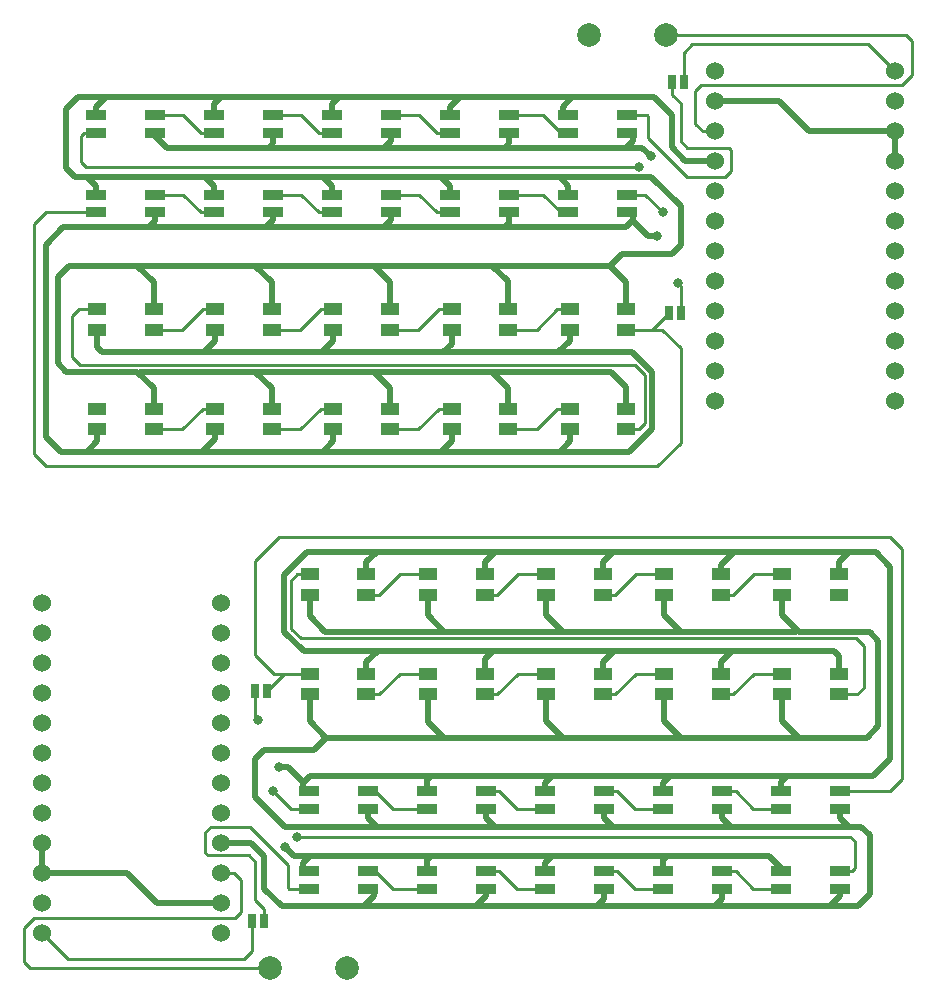
<source format=gbl>
G04 #@! TF.GenerationSoftware,KiCad,Pcbnew,5.1.8*
G04 #@! TF.CreationDate,2020-12-11T01:20:56+09:00*
G04 #@! TF.ProjectId,hikari,68696b61-7269-42e6-9b69-6361645f7063,rev?*
G04 #@! TF.SameCoordinates,Original*
G04 #@! TF.FileFunction,Copper,L2,Bot*
G04 #@! TF.FilePolarity,Positive*
%FSLAX46Y46*%
G04 Gerber Fmt 4.6, Leading zero omitted, Abs format (unit mm)*
G04 Created by KiCad (PCBNEW 5.1.8) date 2020-12-11 01:20:56*
%MOMM*%
%LPD*%
G01*
G04 APERTURE LIST*
G04 #@! TA.AperFunction,SMDPad,CuDef*
%ADD10R,1.800000X0.820000*%
G04 #@! TD*
G04 #@! TA.AperFunction,SMDPad,CuDef*
%ADD11R,1.600000X1.000000*%
G04 #@! TD*
G04 #@! TA.AperFunction,SMDPad,CuDef*
%ADD12R,0.635000X1.143000*%
G04 #@! TD*
G04 #@! TA.AperFunction,ComponentPad*
%ADD13C,1.524000*%
G04 #@! TD*
G04 #@! TA.AperFunction,ComponentPad*
%ADD14C,2.000000*%
G04 #@! TD*
G04 #@! TA.AperFunction,ViaPad*
%ADD15C,0.800000*%
G04 #@! TD*
G04 #@! TA.AperFunction,Conductor*
%ADD16C,0.250000*%
G04 #@! TD*
G04 #@! TA.AperFunction,Conductor*
%ADD17C,0.500000*%
G04 #@! TD*
G04 APERTURE END LIST*
D10*
X115500000Y-119750000D03*
X115500000Y-118250000D03*
X120500000Y-118250000D03*
X120500000Y-119750000D03*
X125500000Y-113000000D03*
X125500000Y-111500000D03*
X130500000Y-111500000D03*
X130500000Y-113000000D03*
D11*
X135600000Y-101543750D03*
X135600000Y-103293750D03*
X140400000Y-103293750D03*
X140400000Y-101543750D03*
D10*
X130500000Y-119750000D03*
X130500000Y-118250000D03*
X125500000Y-118250000D03*
X125500000Y-119750000D03*
D12*
X111750000Y-122500000D03*
X110749240Y-122500000D03*
D11*
X145600000Y-93125000D03*
X145600000Y-94875000D03*
X150400000Y-94875000D03*
X150400000Y-93125000D03*
D12*
X112000760Y-103000000D03*
X111000000Y-103000000D03*
D13*
X108108600Y-123478000D03*
X108108600Y-120938000D03*
X108108600Y-118398000D03*
X108108600Y-115858000D03*
X108108600Y-113318000D03*
X108108600Y-110778000D03*
X108108600Y-108238000D03*
X108108600Y-105698000D03*
X108108600Y-103158000D03*
X108108600Y-100618000D03*
X108108600Y-98078000D03*
X108108600Y-95538000D03*
X92888600Y-95538000D03*
X92888600Y-98078000D03*
X92888600Y-100618000D03*
X92888600Y-103158000D03*
X92888600Y-105698000D03*
X92888600Y-108238000D03*
X92888600Y-110778000D03*
X92888600Y-113318000D03*
X92888600Y-115858000D03*
X92888600Y-118398000D03*
X92888600Y-120938000D03*
X92888600Y-123478000D03*
D11*
X120400000Y-93125000D03*
X120400000Y-94875000D03*
X115600000Y-94875000D03*
X115600000Y-93125000D03*
X125600000Y-93125000D03*
X125600000Y-94875000D03*
X130400000Y-94875000D03*
X130400000Y-93125000D03*
D10*
X160500000Y-113000000D03*
X160500000Y-111500000D03*
X155500000Y-111500000D03*
X155500000Y-113000000D03*
D14*
X112250000Y-126500000D03*
X118750000Y-126500000D03*
D11*
X140400000Y-93125000D03*
X140400000Y-94875000D03*
X135600000Y-94875000D03*
X135600000Y-93125000D03*
D10*
X120500000Y-113000000D03*
X120500000Y-111500000D03*
X115500000Y-111500000D03*
X115500000Y-113000000D03*
X150500000Y-119750000D03*
X150500000Y-118250000D03*
X145500000Y-118250000D03*
X145500000Y-119750000D03*
D11*
X160400000Y-93125000D03*
X160400000Y-94875000D03*
X155600000Y-94875000D03*
X155600000Y-93125000D03*
X155600000Y-101543750D03*
X155600000Y-103293750D03*
X160400000Y-103293750D03*
X160400000Y-101543750D03*
D10*
X140500000Y-113000000D03*
X140500000Y-111500000D03*
X135500000Y-111500000D03*
X135500000Y-113000000D03*
D11*
X115600000Y-101543750D03*
X115600000Y-103293750D03*
X120400000Y-103293750D03*
X120400000Y-101543750D03*
X130400000Y-101543750D03*
X130400000Y-103293750D03*
X125600000Y-103293750D03*
X125600000Y-101543750D03*
D10*
X155500000Y-119750000D03*
X155500000Y-118250000D03*
X160500000Y-118250000D03*
X160500000Y-119750000D03*
X135500000Y-119750000D03*
X135500000Y-118250000D03*
X140500000Y-118250000D03*
X140500000Y-119750000D03*
D11*
X150400000Y-101543750D03*
X150400000Y-103293750D03*
X145600000Y-103293750D03*
X145600000Y-101543750D03*
D10*
X145500000Y-113000000D03*
X145500000Y-111500000D03*
X150500000Y-111500000D03*
X150500000Y-113000000D03*
D12*
X147250760Y-51500000D03*
X146250000Y-51500000D03*
D10*
X137500000Y-54250000D03*
X137500000Y-55750000D03*
X142500000Y-55750000D03*
X142500000Y-54250000D03*
X132500000Y-54250000D03*
X132500000Y-55750000D03*
X127500000Y-55750000D03*
X127500000Y-54250000D03*
X117500000Y-54250000D03*
X117500000Y-55750000D03*
X122500000Y-55750000D03*
X122500000Y-54250000D03*
X112500000Y-54250000D03*
X112500000Y-55750000D03*
X107500000Y-55750000D03*
X107500000Y-54250000D03*
X97500000Y-54250000D03*
X97500000Y-55750000D03*
X102500000Y-55750000D03*
X102500000Y-54250000D03*
X142500000Y-61000000D03*
X142500000Y-62500000D03*
X137500000Y-62500000D03*
X137500000Y-61000000D03*
X127500000Y-61000000D03*
X127500000Y-62500000D03*
X132500000Y-62500000D03*
X132500000Y-61000000D03*
X122500000Y-61000000D03*
X122500000Y-62500000D03*
X117500000Y-62500000D03*
X117500000Y-61000000D03*
X107500000Y-61000000D03*
X107500000Y-62500000D03*
X112500000Y-62500000D03*
X112500000Y-61000000D03*
X102500000Y-61000000D03*
X102500000Y-62500000D03*
X97500000Y-62500000D03*
X97500000Y-61000000D03*
D11*
X137600000Y-72456250D03*
X137600000Y-70706250D03*
X142400000Y-70706250D03*
X142400000Y-72456250D03*
X132400000Y-72456250D03*
X132400000Y-70706250D03*
X127600000Y-70706250D03*
X127600000Y-72456250D03*
X117600000Y-72456250D03*
X117600000Y-70706250D03*
X122400000Y-70706250D03*
X122400000Y-72456250D03*
X112400000Y-72456250D03*
X112400000Y-70706250D03*
X107600000Y-70706250D03*
X107600000Y-72456250D03*
X97600000Y-72456250D03*
X97600000Y-70706250D03*
X102400000Y-70706250D03*
X102400000Y-72456250D03*
X142400000Y-80875000D03*
X142400000Y-79125000D03*
X137600000Y-79125000D03*
X137600000Y-80875000D03*
X127600000Y-80875000D03*
X127600000Y-79125000D03*
X132400000Y-79125000D03*
X132400000Y-80875000D03*
X122400000Y-80875000D03*
X122400000Y-79125000D03*
X117600000Y-79125000D03*
X117600000Y-80875000D03*
X107600000Y-80875000D03*
X107600000Y-79125000D03*
X112400000Y-79125000D03*
X112400000Y-80875000D03*
X102400000Y-80875000D03*
X102400000Y-79125000D03*
X97600000Y-79125000D03*
X97600000Y-80875000D03*
D14*
X139250000Y-47500000D03*
X145750000Y-47500000D03*
D13*
X165111400Y-50522000D03*
X165111400Y-53062000D03*
X165111400Y-55602000D03*
X165111400Y-58142000D03*
X165111400Y-60682000D03*
X165111400Y-63222000D03*
X165111400Y-65762000D03*
X165111400Y-68302000D03*
X165111400Y-70842000D03*
X165111400Y-73382000D03*
X165111400Y-75922000D03*
X165111400Y-78462000D03*
X149891400Y-78462000D03*
X149891400Y-75922000D03*
X149891400Y-73382000D03*
X149891400Y-70842000D03*
X149891400Y-68302000D03*
X149891400Y-65762000D03*
X149891400Y-63222000D03*
X149891400Y-60682000D03*
X149891400Y-58142000D03*
X149891400Y-55602000D03*
X149891400Y-53062000D03*
X149891400Y-50522000D03*
D12*
X147000000Y-71000000D03*
X145999240Y-71000000D03*
D15*
X111250000Y-105500000D03*
X113000000Y-109500000D03*
X113500000Y-116250000D03*
X112500000Y-111500000D03*
X114500000Y-115350000D03*
X146750000Y-68500000D03*
X145000000Y-64500000D03*
X144500000Y-57750000D03*
X143500000Y-58650000D03*
X145500000Y-62500000D03*
D16*
X111000000Y-103000000D02*
X111000000Y-105250000D01*
X110749240Y-125000760D02*
X110000000Y-125750000D01*
X111000000Y-105250000D02*
X111250000Y-105500000D01*
X110749240Y-122500000D02*
X110749240Y-125000760D01*
X110000000Y-125750000D02*
X95160600Y-125750000D01*
X95160600Y-125750000D02*
X92888600Y-123478000D01*
X107250000Y-114500000D02*
X110500000Y-114500000D01*
X113781249Y-117781249D02*
X113781249Y-119674999D01*
X113856250Y-119750000D02*
X115006250Y-119750000D01*
X106750000Y-116750000D02*
X106750000Y-115000000D01*
X113781249Y-119674999D02*
X113856250Y-119750000D01*
X106945001Y-116945001D02*
X106750000Y-116750000D01*
X111000000Y-120724160D02*
X111000000Y-117500000D01*
X111750000Y-121474160D02*
X111000000Y-120724160D01*
X110445001Y-116945001D02*
X106945001Y-116945001D01*
X111750000Y-122500000D02*
X111750000Y-121474160D01*
X110500000Y-114500000D02*
X113781249Y-117781249D01*
X111000000Y-117500000D02*
X110445001Y-116945001D01*
X106750000Y-115000000D02*
X107250000Y-114500000D01*
D17*
X111000000Y-108750000D02*
X111750000Y-108000000D01*
X111750000Y-108000000D02*
X116000000Y-108000000D01*
X149910000Y-121250000D02*
X150500000Y-120660000D01*
X149910000Y-121250000D02*
X159671263Y-121250000D01*
X121250000Y-114500000D02*
X120500000Y-113750000D01*
X111000000Y-112000000D02*
X111000000Y-108750000D01*
X161500000Y-114500000D02*
X152000000Y-114500000D01*
X137000000Y-107000000D02*
X138000000Y-107000000D01*
X135600000Y-105600000D02*
X137000000Y-107000000D01*
X135600000Y-103293750D02*
X135600000Y-105600000D01*
X125600000Y-105653560D02*
X126946440Y-107000000D01*
X162000000Y-121250000D02*
X163000000Y-120250000D01*
X163000000Y-115250000D02*
X162250000Y-114500000D01*
X159671263Y-121250000D02*
X162000000Y-121250000D01*
X131250000Y-114500000D02*
X130500000Y-113750000D01*
X132000000Y-114500000D02*
X131250000Y-114500000D01*
X156800000Y-98000000D02*
X147000000Y-98000000D01*
X145600000Y-96600000D02*
X147000000Y-98000000D01*
X130500000Y-120421263D02*
X130500000Y-119750000D01*
X121000000Y-120421263D02*
X121000000Y-119750000D01*
X120171263Y-121250000D02*
X121000000Y-120421263D01*
X139910000Y-121250000D02*
X149910000Y-121250000D01*
X160500000Y-113750000D02*
X160500000Y-113000000D01*
X161250000Y-114500000D02*
X160500000Y-113750000D01*
X152000000Y-114500000D02*
X142000000Y-114500000D01*
X159671263Y-121250000D02*
X160500000Y-120421263D01*
X142000000Y-114500000D02*
X132000000Y-114500000D01*
X132000000Y-114500000D02*
X121500000Y-114500000D01*
X140500000Y-113750000D02*
X140500000Y-113000000D01*
X113500000Y-114500000D02*
X111000000Y-112000000D01*
X121500000Y-114500000D02*
X113500000Y-114500000D01*
X157000000Y-98000000D02*
X155600000Y-96600000D01*
X150500000Y-113750000D02*
X150500000Y-113000000D01*
X152000000Y-114500000D02*
X151250000Y-114500000D01*
X155600000Y-96600000D02*
X155600000Y-94875000D01*
X163000000Y-98000000D02*
X157000000Y-98000000D01*
X163750000Y-98750000D02*
X163000000Y-98000000D01*
X127000000Y-107000000D02*
X138000000Y-107000000D01*
X126946440Y-107000000D02*
X127000000Y-107000000D01*
X145600000Y-94875000D02*
X145600000Y-96600000D01*
X161500000Y-114500000D02*
X161250000Y-114500000D01*
X117000000Y-107000000D02*
X127000000Y-107000000D01*
X113250000Y-121250000D02*
X119177513Y-121250000D01*
X125600000Y-103293750D02*
X125600000Y-105653560D01*
X115600000Y-105600000D02*
X117000000Y-107000000D01*
X115600000Y-103293750D02*
X115600000Y-105600000D01*
X141250000Y-114500000D02*
X140500000Y-113750000D01*
X142000000Y-114500000D02*
X141250000Y-114500000D01*
X151250000Y-114500000D02*
X150500000Y-113750000D01*
X129671263Y-121250000D02*
X130500000Y-120421263D01*
X119177513Y-121250000D02*
X129671263Y-121250000D01*
X140500000Y-120660000D02*
X140500000Y-119750000D01*
X150500000Y-120660000D02*
X150500000Y-119750000D01*
X135600000Y-96600000D02*
X135600000Y-94875000D01*
X137000000Y-98000000D02*
X135600000Y-96600000D01*
X157000000Y-107000000D02*
X158000000Y-107000000D01*
X139910000Y-121250000D02*
X140500000Y-120660000D01*
X129671263Y-121250000D02*
X139910000Y-121250000D01*
X162250000Y-114500000D02*
X161500000Y-114500000D01*
X163000000Y-120250000D02*
X163000000Y-115250000D01*
X145600000Y-103293750D02*
X145600000Y-105600000D01*
X147000000Y-107000000D02*
X158000000Y-107000000D01*
X111750000Y-117000000D02*
X111750000Y-119750000D01*
X110608000Y-115858000D02*
X111750000Y-117000000D01*
X108108600Y-115858000D02*
X110608000Y-115858000D01*
X116000000Y-108000000D02*
X117000000Y-107000000D01*
X162750000Y-107000000D02*
X163750000Y-106000000D01*
X158000000Y-107000000D02*
X162750000Y-107000000D01*
X130500000Y-113750000D02*
X130500000Y-113000000D01*
X121500000Y-114500000D02*
X121250000Y-114500000D01*
X120500000Y-113750000D02*
X120500000Y-113000000D01*
X125600000Y-96600000D02*
X125600000Y-94875000D01*
X127000000Y-98000000D02*
X125600000Y-96600000D01*
X147000000Y-98000000D02*
X127000000Y-98000000D01*
X138000000Y-107000000D02*
X147000000Y-107000000D01*
X115600000Y-96703560D02*
X115600000Y-94875000D01*
X116896440Y-98000000D02*
X115600000Y-96703560D01*
X127000000Y-98000000D02*
X116896440Y-98000000D01*
X155600000Y-105600000D02*
X157000000Y-107000000D01*
X155600000Y-103293750D02*
X155600000Y-105600000D01*
X145600000Y-105600000D02*
X147000000Y-107000000D01*
X160500000Y-120421263D02*
X160500000Y-119750000D01*
X111750000Y-119750000D02*
X113250000Y-121250000D01*
X163750000Y-106000000D02*
X163750000Y-98750000D01*
D16*
X122656250Y-119750000D02*
X125500000Y-119750000D01*
X121156250Y-118250000D02*
X122656250Y-119750000D01*
X120006250Y-118250000D02*
X121156250Y-118250000D01*
D17*
X164750000Y-92500000D02*
X163499990Y-91249990D01*
X163260010Y-110239990D02*
X164750000Y-108750000D01*
X159957110Y-99649990D02*
X152293760Y-99649990D01*
X160400000Y-100092880D02*
X159957110Y-99649990D01*
X108108600Y-120938000D02*
X102688000Y-120938000D01*
X141250010Y-91249990D02*
X140400000Y-92100000D01*
X142275010Y-91249990D02*
X141250010Y-91249990D01*
X130400000Y-92100000D02*
X130400000Y-93125000D01*
X121350010Y-99649990D02*
X120400000Y-100600000D01*
X115594997Y-116989990D02*
X114239990Y-116989990D01*
X150400000Y-92350000D02*
X150400000Y-93125000D01*
X154239990Y-110239990D02*
X156239990Y-110239990D01*
X156010010Y-110239990D02*
X156239990Y-110239990D01*
X125500000Y-110590000D02*
X125500000Y-111500000D01*
X145850010Y-116989990D02*
X136088747Y-116989990D01*
X125500000Y-117340000D02*
X125500000Y-118250000D01*
X136088747Y-116989990D02*
X125850010Y-116989990D01*
X115006250Y-117578737D02*
X115006250Y-118250000D01*
X135500000Y-110828737D02*
X135500000Y-111500000D01*
X115594997Y-116989990D02*
X115006250Y-117578737D01*
X125850010Y-116989990D02*
X115594997Y-116989990D01*
X145500000Y-110828737D02*
X145500000Y-111500000D01*
X140400000Y-92100000D02*
X140400000Y-93125000D01*
X115588747Y-110239990D02*
X115000000Y-110828737D01*
X155500000Y-110750000D02*
X156010010Y-110239990D01*
X114239990Y-116989990D02*
X113500000Y-116250000D01*
X160400000Y-101543750D02*
X160400000Y-100092880D01*
X155500000Y-118250000D02*
X155500000Y-118000000D01*
X160400000Y-92100000D02*
X161250000Y-91250000D01*
X160400000Y-93125000D02*
X160400000Y-92100000D01*
X115086804Y-99649990D02*
X113424990Y-97988176D01*
X145850010Y-116989990D02*
X145500000Y-117340000D01*
X135500000Y-117578737D02*
X135500000Y-118250000D01*
X136088747Y-116989990D02*
X135500000Y-117578737D01*
X163499990Y-91249990D02*
X159957110Y-91249990D01*
X164750000Y-108750000D02*
X164750000Y-92500000D01*
X161250000Y-91250000D02*
X161750000Y-91250000D01*
X131250010Y-91249990D02*
X130400000Y-92100000D01*
X132275010Y-91249990D02*
X131250010Y-91249990D01*
X120400000Y-92100000D02*
X120400000Y-93125000D01*
X151500010Y-91249990D02*
X150400000Y-92350000D01*
X152275010Y-91249990D02*
X151500010Y-91249990D01*
X155500000Y-111500000D02*
X155500000Y-110750000D01*
X115000000Y-110828737D02*
X115000000Y-111000000D01*
X100148000Y-118398000D02*
X92888600Y-118398000D01*
X102688000Y-120938000D02*
X100148000Y-118398000D01*
X132275010Y-91249990D02*
X122275010Y-91249990D01*
X151321885Y-99649990D02*
X150400000Y-100571875D01*
X152293760Y-99649990D02*
X151321885Y-99649990D01*
X156239990Y-110239990D02*
X163260010Y-110239990D01*
X141350010Y-99649990D02*
X140400000Y-100600000D01*
X142293760Y-99649990D02*
X141350010Y-99649990D01*
X115365008Y-91249990D02*
X122275010Y-91249990D01*
X122293760Y-99649990D02*
X115086804Y-99649990D01*
X113424990Y-93190008D02*
X115365008Y-91249990D01*
X113424990Y-97988176D02*
X113424990Y-93190008D01*
X142293760Y-99649990D02*
X131100010Y-99649990D01*
X131100010Y-99649990D02*
X122293760Y-99649990D01*
X152293760Y-99649990D02*
X142293760Y-99649990D01*
X131100010Y-99649990D02*
X130400000Y-100350000D01*
X130400000Y-100350000D02*
X130400000Y-101543750D01*
X120400000Y-100600000D02*
X120400000Y-101543750D01*
X122293760Y-99649990D02*
X121350010Y-99649990D01*
X140400000Y-100600000D02*
X140400000Y-101543750D01*
X150400000Y-100571875D02*
X150400000Y-101543750D01*
X115000000Y-111500000D02*
X115000000Y-110750000D01*
X154489990Y-116989990D02*
X145850010Y-116989990D01*
X155500000Y-118000000D02*
X154489990Y-116989990D01*
X121250010Y-91249990D02*
X120400000Y-92100000D01*
X122275010Y-91249990D02*
X121250010Y-91249990D01*
X125850010Y-110239990D02*
X115588747Y-110239990D01*
X115000000Y-110750000D02*
X113750000Y-109500000D01*
X125850010Y-116989990D02*
X125500000Y-117340000D01*
X92888600Y-118398000D02*
X92888600Y-115858000D01*
X145500000Y-117340000D02*
X145500000Y-118250000D01*
X152275010Y-91249990D02*
X142275010Y-91249990D01*
X142275010Y-91249990D02*
X132275010Y-91249990D01*
X113750000Y-109500000D02*
X113000000Y-109500000D01*
X159957110Y-91249990D02*
X152275010Y-91249990D01*
X146088747Y-110239990D02*
X145500000Y-110828737D01*
X154239990Y-110239990D02*
X146088747Y-110239990D01*
X136088747Y-110239990D02*
X135500000Y-110828737D01*
X146088747Y-110239990D02*
X136088747Y-110239990D01*
X125850010Y-110239990D02*
X125500000Y-110590000D01*
X136088747Y-110239990D02*
X125850010Y-110239990D01*
D16*
X130500000Y-118250000D02*
X131650000Y-118250000D01*
X133150000Y-119750000D02*
X135500000Y-119750000D01*
X131650000Y-118250000D02*
X133150000Y-119750000D01*
X143150000Y-119750000D02*
X145500000Y-119750000D01*
X140500000Y-118250000D02*
X141650000Y-118250000D01*
X141650000Y-118250000D02*
X143150000Y-119750000D01*
X153150000Y-119750000D02*
X155500000Y-119750000D01*
X151650000Y-118250000D02*
X153150000Y-119750000D01*
X150500000Y-118250000D02*
X151650000Y-118250000D01*
X161500000Y-118250000D02*
X161750000Y-118000000D01*
X115000000Y-113000000D02*
X114000000Y-113000000D01*
X114000000Y-113000000D02*
X112500000Y-111500000D01*
X161750000Y-115750000D02*
X161350000Y-115350000D01*
X160500000Y-118250000D02*
X161500000Y-118250000D01*
X161750000Y-118000000D02*
X161750000Y-115750000D01*
X161350000Y-115350000D02*
X114500000Y-115350000D01*
X122650000Y-113000000D02*
X125500000Y-113000000D01*
X121150000Y-111500000D02*
X122650000Y-113000000D01*
X120000000Y-111500000D02*
X121150000Y-111500000D01*
X133150000Y-113000000D02*
X135500000Y-113000000D01*
X131650000Y-111500000D02*
X133150000Y-113000000D01*
X130500000Y-111500000D02*
X131650000Y-111500000D01*
X141650000Y-111500000D02*
X143150000Y-113000000D01*
X140500000Y-111500000D02*
X141650000Y-111500000D01*
X143150000Y-113000000D02*
X145500000Y-113000000D01*
X153150000Y-113000000D02*
X155500000Y-113000000D01*
X151650000Y-111500000D02*
X153150000Y-113000000D01*
X150500000Y-111500000D02*
X151650000Y-111500000D01*
X121450000Y-103293750D02*
X123200000Y-101543750D01*
X120400000Y-103293750D02*
X121450000Y-103293750D01*
X123200000Y-101543750D02*
X125600000Y-101543750D01*
X133200000Y-101543750D02*
X135600000Y-101543750D01*
X131450000Y-103293750D02*
X133200000Y-101543750D01*
X130400000Y-103293750D02*
X131450000Y-103293750D01*
X143200000Y-101543750D02*
X145600000Y-101543750D01*
X141450000Y-103293750D02*
X143200000Y-101543750D01*
X140400000Y-103293750D02*
X141450000Y-103293750D01*
X153200000Y-101543750D02*
X155600000Y-101543750D01*
X151450000Y-103293750D02*
X153200000Y-101543750D01*
X150400000Y-103293750D02*
X151450000Y-103293750D01*
X161825010Y-98575010D02*
X114825010Y-98575010D01*
X162500000Y-102750000D02*
X162500000Y-99250000D01*
X114550000Y-93125000D02*
X115600000Y-93125000D01*
X162500000Y-99250000D02*
X161825010Y-98575010D01*
X114825010Y-98575010D02*
X114000000Y-97750000D01*
X114000000Y-93675000D02*
X114550000Y-93125000D01*
X161956250Y-103293750D02*
X162500000Y-102750000D01*
X160400000Y-103293750D02*
X161956250Y-103293750D01*
X114000000Y-97750000D02*
X114000000Y-93675000D01*
X120400000Y-94875000D02*
X121450000Y-94875000D01*
X123200000Y-93125000D02*
X125600000Y-93125000D01*
X121450000Y-94875000D02*
X123200000Y-93125000D01*
X131450000Y-94875000D02*
X133200000Y-93125000D01*
X133200000Y-93125000D02*
X135600000Y-93125000D01*
X130400000Y-94875000D02*
X131450000Y-94875000D01*
X143200000Y-93125000D02*
X145600000Y-93125000D01*
X141450000Y-94875000D02*
X143200000Y-93125000D01*
X140400000Y-94875000D02*
X141450000Y-94875000D01*
X150400000Y-94875000D02*
X151450000Y-94875000D01*
X153200000Y-93125000D02*
X155600000Y-93125000D01*
X151450000Y-94875000D02*
X153200000Y-93125000D01*
X91385010Y-126000000D02*
X91885010Y-126500000D01*
X109750000Y-119000000D02*
X109750000Y-121750000D01*
X91385010Y-123114990D02*
X91385010Y-126000000D01*
X109750000Y-121750000D02*
X109250000Y-122250000D01*
X109250000Y-122250000D02*
X92250000Y-122250000D01*
X109148000Y-118398000D02*
X109750000Y-119000000D01*
X91885010Y-126500000D02*
X112250000Y-126500000D01*
X108108600Y-118398000D02*
X109148000Y-118398000D01*
X92250000Y-122250000D02*
X91385010Y-123114990D01*
X115600000Y-101543750D02*
X113457010Y-101543750D01*
X112543750Y-101543750D02*
X115600000Y-101543750D01*
X160500000Y-111500000D02*
X164750000Y-111500000D01*
X113457010Y-101543750D02*
X112000760Y-103000000D01*
X165750000Y-91000000D02*
X164750000Y-90000000D01*
X165750000Y-110500000D02*
X165750000Y-91000000D01*
X164750000Y-111500000D02*
X165750000Y-110500000D01*
X111000000Y-92000000D02*
X111000000Y-100000000D01*
X113000000Y-90000000D02*
X111000000Y-92000000D01*
X164750000Y-90000000D02*
X113000000Y-90000000D01*
X111000000Y-100000000D02*
X112543750Y-101543750D01*
X162839400Y-48250000D02*
X165111400Y-50522000D01*
X148000000Y-48250000D02*
X162839400Y-48250000D01*
X147250760Y-48999240D02*
X148000000Y-48250000D01*
X147250760Y-51500000D02*
X147250760Y-48999240D01*
X147000000Y-71000000D02*
X147000000Y-68750000D01*
X147000000Y-68750000D02*
X146750000Y-68500000D01*
X144218751Y-54325001D02*
X144143750Y-54250000D01*
X144218751Y-56218751D02*
X144218751Y-54325001D01*
X150750000Y-59500000D02*
X147500000Y-59500000D01*
X151250000Y-59000000D02*
X150750000Y-59500000D01*
X147000000Y-56500000D02*
X147554999Y-57054999D01*
X144143750Y-54250000D02*
X142993750Y-54250000D01*
X147000000Y-53275840D02*
X147000000Y-56500000D01*
X147500000Y-59500000D02*
X144218751Y-56218751D01*
X151250000Y-57250000D02*
X151250000Y-59000000D01*
X151054999Y-57054999D02*
X151250000Y-57250000D01*
X146250000Y-52525840D02*
X147000000Y-53275840D01*
X147554999Y-57054999D02*
X151054999Y-57054999D01*
X146250000Y-51500000D02*
X146250000Y-52525840D01*
D17*
X137000000Y-53578737D02*
X137000000Y-54250000D01*
X137828737Y-52750000D02*
X137000000Y-53578737D01*
X127500000Y-53578737D02*
X127500000Y-54250000D01*
X128328737Y-52750000D02*
X127500000Y-53578737D01*
X138822487Y-52750000D02*
X128328737Y-52750000D01*
X117500000Y-53340000D02*
X117500000Y-54250000D01*
X118090000Y-52750000D02*
X117500000Y-53340000D01*
X128328737Y-52750000D02*
X118090000Y-52750000D01*
X107500000Y-53340000D02*
X107500000Y-54250000D01*
X108090000Y-52750000D02*
X107500000Y-53340000D01*
X118090000Y-52750000D02*
X108090000Y-52750000D01*
X97500000Y-53578737D02*
X97500000Y-54250000D01*
X98328737Y-52750000D02*
X97500000Y-53578737D01*
X108090000Y-52750000D02*
X98328737Y-52750000D01*
X106000000Y-59500000D02*
X116000000Y-59500000D01*
X116000000Y-59500000D02*
X126000000Y-59500000D01*
X126000000Y-59500000D02*
X136500000Y-59500000D01*
X117500000Y-60250000D02*
X117500000Y-61000000D01*
X116750000Y-59500000D02*
X117500000Y-60250000D01*
X116000000Y-59500000D02*
X116750000Y-59500000D01*
X106750000Y-59500000D02*
X107500000Y-60250000D01*
X107500000Y-60250000D02*
X107500000Y-61000000D01*
X106000000Y-59500000D02*
X106750000Y-59500000D01*
X96500000Y-59500000D02*
X106000000Y-59500000D01*
X97500000Y-60250000D02*
X97500000Y-61000000D01*
X96750000Y-59500000D02*
X97500000Y-60250000D01*
X96500000Y-59500000D02*
X96750000Y-59500000D01*
X101200000Y-76000000D02*
X111000000Y-76000000D01*
X112400000Y-77400000D02*
X111000000Y-76000000D01*
X112400000Y-79125000D02*
X112400000Y-77400000D01*
X132400000Y-77400000D02*
X132400000Y-79125000D01*
X131000000Y-76000000D02*
X132400000Y-77400000D01*
X111000000Y-76000000D02*
X131000000Y-76000000D01*
X142400000Y-77296440D02*
X142400000Y-79125000D01*
X141103560Y-76000000D02*
X142400000Y-77296440D01*
X131000000Y-76000000D02*
X141103560Y-76000000D01*
X122400000Y-77400000D02*
X122400000Y-79125000D01*
X121000000Y-76000000D02*
X122400000Y-77400000D01*
X101000000Y-67000000D02*
X100000000Y-67000000D01*
X102400000Y-68400000D02*
X101000000Y-67000000D01*
X102400000Y-70706250D02*
X102400000Y-68400000D01*
X112400000Y-68400000D02*
X111000000Y-67000000D01*
X112400000Y-70706250D02*
X112400000Y-68400000D01*
X111000000Y-67000000D02*
X100000000Y-67000000D01*
X120000000Y-67000000D02*
X111000000Y-67000000D01*
X121000000Y-67000000D02*
X120000000Y-67000000D01*
X122400000Y-68400000D02*
X121000000Y-67000000D01*
X122400000Y-70706250D02*
X122400000Y-68400000D01*
X131000000Y-67000000D02*
X120000000Y-67000000D01*
X131053560Y-67000000D02*
X131000000Y-67000000D01*
X132400000Y-68346440D02*
X131053560Y-67000000D01*
X132400000Y-70706250D02*
X132400000Y-68346440D01*
X142400000Y-68400000D02*
X141000000Y-67000000D01*
X142400000Y-70706250D02*
X142400000Y-68400000D01*
X141000000Y-67000000D02*
X131000000Y-67000000D01*
X144750000Y-52750000D02*
X138822487Y-52750000D01*
X146250000Y-54250000D02*
X144750000Y-52750000D01*
X146250000Y-57000000D02*
X146250000Y-54250000D01*
X147392000Y-58142000D02*
X146250000Y-57000000D01*
X149891400Y-58142000D02*
X147392000Y-58142000D01*
X95750000Y-59500000D02*
X96500000Y-59500000D01*
X95000000Y-53750000D02*
X95000000Y-58750000D01*
X96000000Y-52750000D02*
X95000000Y-53750000D01*
X95000000Y-58750000D02*
X95750000Y-59500000D01*
X98328737Y-52750000D02*
X96000000Y-52750000D01*
X142000000Y-66000000D02*
X141000000Y-67000000D01*
X147000000Y-65250000D02*
X146250000Y-66000000D01*
X146250000Y-66000000D02*
X142000000Y-66000000D01*
X147000000Y-62000000D02*
X147000000Y-65250000D01*
X144500000Y-59500000D02*
X147000000Y-62000000D01*
X136500000Y-59500000D02*
X144500000Y-59500000D01*
X101000000Y-76000000D02*
X102400000Y-77400000D01*
X102400000Y-77400000D02*
X102400000Y-79125000D01*
X95000000Y-76000000D02*
X101000000Y-76000000D01*
X94250000Y-75250000D02*
X95000000Y-76000000D01*
X94250000Y-68000000D02*
X94250000Y-75250000D01*
X95250000Y-67000000D02*
X94250000Y-68000000D01*
X100000000Y-67000000D02*
X95250000Y-67000000D01*
X127500000Y-60250000D02*
X127500000Y-61000000D01*
X126750000Y-59500000D02*
X127500000Y-60250000D01*
X126000000Y-59500000D02*
X126750000Y-59500000D01*
X137500000Y-60250000D02*
X137500000Y-61000000D01*
X136750000Y-59500000D02*
X137500000Y-60250000D01*
X136500000Y-59500000D02*
X136750000Y-59500000D01*
D16*
X135343750Y-54250000D02*
X132500000Y-54250000D01*
X136843750Y-55750000D02*
X135343750Y-54250000D01*
X137993750Y-55750000D02*
X136843750Y-55750000D01*
D17*
X165111400Y-55602000D02*
X165111400Y-58142000D01*
X157852000Y-55602000D02*
X165111400Y-55602000D01*
X155312000Y-53062000D02*
X157852000Y-55602000D01*
X149891400Y-53062000D02*
X155312000Y-53062000D01*
X98042890Y-74350010D02*
X105706240Y-74350010D01*
X97600000Y-73907120D02*
X98042890Y-74350010D01*
X97600000Y-72456250D02*
X97600000Y-73907120D01*
X105706240Y-74350010D02*
X115706240Y-74350010D01*
X126899990Y-74350010D02*
X127600000Y-73650000D01*
X127600000Y-73650000D02*
X127600000Y-72456250D01*
X115706240Y-74350010D02*
X126899990Y-74350010D01*
X126899990Y-74350010D02*
X135706240Y-74350010D01*
X112500000Y-56660000D02*
X112500000Y-55750000D01*
X112149990Y-57010010D02*
X112500000Y-56660000D01*
X122500000Y-56421263D02*
X122500000Y-55750000D01*
X121911253Y-57010010D02*
X122500000Y-56421263D01*
X112149990Y-57010010D02*
X121911253Y-57010010D01*
X132500000Y-56660000D02*
X132500000Y-55750000D01*
X132149990Y-57010010D02*
X132500000Y-56660000D01*
X121911253Y-57010010D02*
X132149990Y-57010010D01*
X142993750Y-56421263D02*
X142993750Y-55750000D01*
X142405003Y-57010010D02*
X142993750Y-56421263D01*
X132149990Y-57010010D02*
X142405003Y-57010010D01*
X112500000Y-63171263D02*
X112500000Y-62500000D01*
X111911253Y-63760010D02*
X112500000Y-63171263D01*
X103760010Y-63760010D02*
X111911253Y-63760010D01*
X122500000Y-63171263D02*
X122500000Y-62500000D01*
X121911253Y-63760010D02*
X122500000Y-63171263D01*
X111911253Y-63760010D02*
X121911253Y-63760010D01*
X132500000Y-63410000D02*
X132500000Y-62500000D01*
X132149990Y-63760010D02*
X132500000Y-63410000D01*
X121911253Y-63760010D02*
X132149990Y-63760010D01*
X98042890Y-82750010D02*
X105724990Y-82750010D01*
X105724990Y-82750010D02*
X115724990Y-82750010D01*
X115724990Y-82750010D02*
X125724990Y-82750010D01*
X125724990Y-82750010D02*
X135724990Y-82750010D01*
X144575010Y-80809992D02*
X142634992Y-82750010D01*
X144575010Y-76011824D02*
X144575010Y-80809992D01*
X142913196Y-74350010D02*
X144575010Y-76011824D01*
X142634992Y-82750010D02*
X135724990Y-82750010D01*
X135706240Y-74350010D02*
X142913196Y-74350010D01*
X143760010Y-57010010D02*
X144500000Y-57750000D01*
X142405003Y-57010010D02*
X143760010Y-57010010D01*
X93250000Y-81500000D02*
X94500010Y-82750010D01*
X94739990Y-63760010D02*
X93250000Y-65250000D01*
X94500010Y-82750010D02*
X98042890Y-82750010D01*
X93250000Y-65250000D02*
X93250000Y-81500000D01*
X96750000Y-82750000D02*
X96250000Y-82750000D01*
X97600000Y-81900000D02*
X96750000Y-82750000D01*
X97600000Y-80875000D02*
X97600000Y-81900000D01*
X107600000Y-81650000D02*
X107600000Y-80875000D01*
X106499990Y-82750010D02*
X107600000Y-81650000D01*
X105724990Y-82750010D02*
X106499990Y-82750010D01*
X117600000Y-81900000D02*
X117600000Y-80875000D01*
X116749990Y-82750010D02*
X117600000Y-81900000D01*
X115724990Y-82750010D02*
X116749990Y-82750010D01*
X127600000Y-81900000D02*
X127600000Y-80875000D01*
X126749990Y-82750010D02*
X127600000Y-81900000D01*
X125724990Y-82750010D02*
X126749990Y-82750010D01*
X137600000Y-81900000D02*
X137600000Y-80875000D01*
X136749990Y-82750010D02*
X137600000Y-81900000D01*
X135724990Y-82750010D02*
X136749990Y-82750010D01*
X136649990Y-74350010D02*
X137600000Y-73400000D01*
X137600000Y-73400000D02*
X137600000Y-72456250D01*
X135706240Y-74350010D02*
X136649990Y-74350010D01*
X117600000Y-73400000D02*
X117600000Y-72456250D01*
X116649990Y-74350010D02*
X117600000Y-73400000D01*
X115706240Y-74350010D02*
X116649990Y-74350010D01*
X107600000Y-73428125D02*
X107600000Y-72456250D01*
X106678115Y-74350010D02*
X107600000Y-73428125D01*
X105706240Y-74350010D02*
X106678115Y-74350010D01*
X101760010Y-63760010D02*
X94739990Y-63760010D01*
X103760010Y-63760010D02*
X101760010Y-63760010D01*
X101989990Y-63760010D02*
X101760010Y-63760010D01*
X102500000Y-63250000D02*
X101989990Y-63760010D01*
X102500000Y-62500000D02*
X102500000Y-63250000D01*
X143000000Y-63171263D02*
X143000000Y-63000000D01*
X142411253Y-63760010D02*
X143000000Y-63171263D01*
X132149990Y-63760010D02*
X142411253Y-63760010D01*
X143000000Y-63250000D02*
X144250000Y-64500000D01*
X144250000Y-64500000D02*
X145000000Y-64500000D01*
X143000000Y-62500000D02*
X143000000Y-63250000D01*
X103510010Y-57010010D02*
X112149990Y-57010010D01*
X102500000Y-56000000D02*
X103510010Y-57010010D01*
X102500000Y-55750000D02*
X102500000Y-56000000D01*
D16*
X124850000Y-54250000D02*
X122500000Y-54250000D01*
X126350000Y-55750000D02*
X124850000Y-54250000D01*
X127500000Y-55750000D02*
X126350000Y-55750000D01*
X114850000Y-54250000D02*
X112500000Y-54250000D01*
X116350000Y-55750000D02*
X114850000Y-54250000D01*
X117500000Y-55750000D02*
X116350000Y-55750000D01*
X104850000Y-54250000D02*
X102500000Y-54250000D01*
X106350000Y-55750000D02*
X104850000Y-54250000D01*
X107500000Y-55750000D02*
X106350000Y-55750000D01*
X97500000Y-55750000D02*
X96500000Y-55750000D01*
X96500000Y-55750000D02*
X96250000Y-56000000D01*
X96250000Y-56000000D02*
X96250000Y-58250000D01*
X96650000Y-58650000D02*
X143500000Y-58650000D01*
X96250000Y-58250000D02*
X96650000Y-58650000D01*
X143000000Y-61000000D02*
X144000000Y-61000000D01*
X144000000Y-61000000D02*
X145500000Y-62500000D01*
X135350000Y-61000000D02*
X132500000Y-61000000D01*
X136850000Y-62500000D02*
X135350000Y-61000000D01*
X138000000Y-62500000D02*
X136850000Y-62500000D01*
X124850000Y-61000000D02*
X122500000Y-61000000D01*
X126350000Y-62500000D02*
X124850000Y-61000000D01*
X127500000Y-62500000D02*
X126350000Y-62500000D01*
X114850000Y-61000000D02*
X112500000Y-61000000D01*
X116350000Y-62500000D02*
X114850000Y-61000000D01*
X117500000Y-62500000D02*
X116350000Y-62500000D01*
X104850000Y-61000000D02*
X102500000Y-61000000D01*
X106350000Y-62500000D02*
X104850000Y-61000000D01*
X107500000Y-62500000D02*
X106350000Y-62500000D01*
X134800000Y-72456250D02*
X132400000Y-72456250D01*
X136550000Y-70706250D02*
X134800000Y-72456250D01*
X137600000Y-70706250D02*
X136550000Y-70706250D01*
X124800000Y-72456250D02*
X122400000Y-72456250D01*
X126550000Y-70706250D02*
X124800000Y-72456250D01*
X127600000Y-70706250D02*
X126550000Y-70706250D01*
X114800000Y-72456250D02*
X112400000Y-72456250D01*
X116550000Y-70706250D02*
X114800000Y-72456250D01*
X117600000Y-70706250D02*
X116550000Y-70706250D01*
X104800000Y-72456250D02*
X102400000Y-72456250D01*
X106550000Y-70706250D02*
X104800000Y-72456250D01*
X107600000Y-70706250D02*
X106550000Y-70706250D01*
X144000000Y-76250000D02*
X144000000Y-80325000D01*
X143174990Y-75424990D02*
X144000000Y-76250000D01*
X144000000Y-80325000D02*
X143450000Y-80875000D01*
X96174990Y-75424990D02*
X143174990Y-75424990D01*
X95500000Y-71250000D02*
X95500000Y-74750000D01*
X143450000Y-80875000D02*
X142400000Y-80875000D01*
X95500000Y-74750000D02*
X96174990Y-75424990D01*
X96043750Y-70706250D02*
X95500000Y-71250000D01*
X97600000Y-70706250D02*
X96043750Y-70706250D01*
X134800000Y-80875000D02*
X132400000Y-80875000D01*
X136550000Y-79125000D02*
X134800000Y-80875000D01*
X137600000Y-79125000D02*
X136550000Y-79125000D01*
X124800000Y-80875000D02*
X122400000Y-80875000D01*
X126550000Y-79125000D02*
X124800000Y-80875000D01*
X127600000Y-79125000D02*
X126550000Y-79125000D01*
X114800000Y-80875000D02*
X112400000Y-80875000D01*
X116550000Y-79125000D02*
X114800000Y-80875000D01*
X117600000Y-79125000D02*
X116550000Y-79125000D01*
X104800000Y-80875000D02*
X102400000Y-80875000D01*
X106550000Y-79125000D02*
X104800000Y-80875000D01*
X107600000Y-79125000D02*
X106550000Y-79125000D01*
X166614990Y-48000000D02*
X166114990Y-47500000D01*
X165750000Y-51750000D02*
X166614990Y-50885010D01*
X166614990Y-50885010D02*
X166614990Y-48000000D01*
X148250000Y-52250000D02*
X148750000Y-51750000D01*
X148750000Y-51750000D02*
X165750000Y-51750000D01*
X148250000Y-55000000D02*
X148250000Y-52250000D01*
X148852000Y-55602000D02*
X148250000Y-55000000D01*
X166114990Y-47500000D02*
X145750000Y-47500000D01*
X149891400Y-55602000D02*
X148852000Y-55602000D01*
X144542990Y-72456250D02*
X145999240Y-71000000D01*
X142400000Y-72456250D02*
X144542990Y-72456250D01*
X145456250Y-72456250D02*
X142400000Y-72456250D01*
X147000000Y-74000000D02*
X145456250Y-72456250D01*
X147000000Y-82000000D02*
X147000000Y-74000000D01*
X145000000Y-84000000D02*
X147000000Y-82000000D01*
X93250000Y-84000000D02*
X145000000Y-84000000D01*
X92250000Y-83000000D02*
X93250000Y-84000000D01*
X92250000Y-63500000D02*
X92250000Y-83000000D01*
X93250000Y-62500000D02*
X92250000Y-63500000D01*
X97500000Y-62500000D02*
X93250000Y-62500000D01*
M02*

</source>
